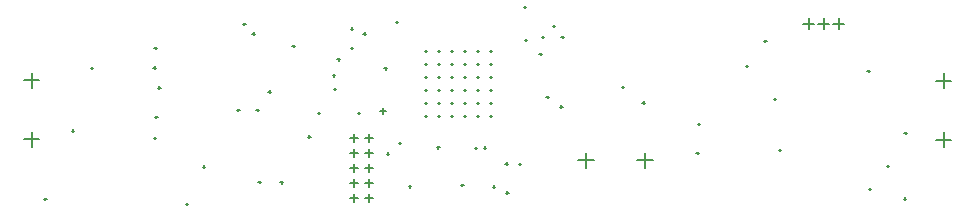
<source format=gbr>
%TF.GenerationSoftware,Altium Limited,Altium Designer,25.4.2 (15)*%
G04 Layer_Color=128*
%FSLAX45Y45*%
%MOMM*%
%TF.SameCoordinates,47237EEE-74C4-40EA-AC85-0918F70ECB2B*%
%TF.FilePolarity,Positive*%
%TF.FileFunction,Drillmap*%
%TF.Part,Single*%
G01*
G75*
%TA.AperFunction,NonConductor*%
%ADD48C,0.12700*%
D48*
X5010301Y431800D02*
X5140301D01*
X5075301Y366800D02*
Y496800D01*
X5510300Y431800D02*
X5640300D01*
X5575300Y366800D02*
Y496800D01*
X7168600Y1587500D02*
X7258600D01*
X7213600Y1542500D02*
Y1632500D01*
X7041600Y1587500D02*
X7131600D01*
X7086600Y1542500D02*
Y1632500D01*
X6914600Y1587500D02*
X7004600D01*
X6959600Y1542500D02*
Y1632500D01*
X8037600Y604901D02*
X8167600D01*
X8102600Y539901D02*
Y669901D01*
X8037600Y1104900D02*
X8167600D01*
X8102600Y1039900D02*
Y1169900D01*
X3203000Y114300D02*
X3274000D01*
X3238500Y78800D02*
Y149800D01*
X3203000Y241300D02*
X3274000D01*
X3238500Y205800D02*
Y276800D01*
X3203000Y368300D02*
X3274000D01*
X3238500Y332800D02*
Y403800D01*
X3203000Y495300D02*
X3274000D01*
X3238500Y459800D02*
Y530800D01*
X3203000Y622300D02*
X3274000D01*
X3238500Y586800D02*
Y657800D01*
X3076000Y114300D02*
X3147000D01*
X3111500Y78800D02*
Y149800D01*
X3076000Y241300D02*
X3147000D01*
X3111500Y205800D02*
Y276800D01*
X3076000Y368300D02*
X3147000D01*
X3111500Y332800D02*
Y403800D01*
X3076000Y495300D02*
X3147000D01*
X3111500Y459800D02*
Y530800D01*
X3076000Y622300D02*
X3147000D01*
X3111500Y586800D02*
Y657800D01*
X316000Y1109599D02*
X446000D01*
X381000Y1044599D02*
Y1174599D01*
X316000Y609600D02*
X446000D01*
X381000Y544600D02*
Y674600D01*
X2283620Y858520D02*
X2303620D01*
X2293620Y848520D02*
Y868520D01*
X4698707Y1472591D02*
X4718707D01*
X4708707Y1462591D02*
Y1482591D01*
X4794172Y1569720D02*
X4814172D01*
X4804172Y1559720D02*
Y1579720D01*
X4866400Y1475875D02*
X4886400D01*
X4876400Y1465875D02*
Y1485875D01*
X4679449Y1328873D02*
X4699449D01*
X4689449Y1318873D02*
Y1338873D01*
X4856640Y886460D02*
X4876640D01*
X4866640Y876460D02*
Y896460D01*
X5377340Y1054100D02*
X5397340D01*
X5387340Y1044100D02*
Y1064100D01*
X4399440Y157480D02*
X4419440D01*
X4409440Y147480D02*
Y167480D01*
X4287680Y208280D02*
X4307680D01*
X4297680Y198280D02*
Y218280D01*
X4506120Y401320D02*
X4526120D01*
X4516120Y391320D02*
Y411320D01*
X4390820Y403860D02*
X4412820D01*
X4401820Y392860D02*
Y414860D01*
X4018440Y220980D02*
X4038440D01*
X4028440Y210980D02*
Y230980D01*
X4554380Y1450340D02*
X4574380D01*
X4564380Y1440340D02*
Y1460340D01*
X1420020Y1384300D02*
X1440020D01*
X1430020Y1374300D02*
Y1394300D01*
X721520Y683260D02*
X741520D01*
X731520Y673260D02*
Y693260D01*
X1828960Y378460D02*
X1848960D01*
X1838960Y368460D02*
Y388460D01*
X2250600Y1503680D02*
X2270600D01*
X2260600Y1493680D02*
Y1513680D01*
X6583840Y1440180D02*
X6603840D01*
X6593840Y1430180D02*
Y1450180D01*
X3368200Y1209040D02*
X3388200D01*
X3378200Y1199040D02*
Y1219040D01*
X3385980Y487680D02*
X3405980D01*
X3395980Y477680D02*
Y497680D01*
X4739800Y965200D02*
X4759800D01*
X4749800Y955200D02*
Y975200D01*
X6708300Y520700D02*
X6728300D01*
X6718300Y510700D02*
Y530700D01*
X7457600Y1186180D02*
X7477600D01*
X7467600Y1176180D02*
Y1196180D01*
X3815240Y541020D02*
X3835240D01*
X3825240Y531020D02*
Y551020D01*
X3573940Y210820D02*
X3593940D01*
X3583940Y200820D02*
Y220820D01*
X2171860Y1587500D02*
X2191860D01*
X2181860Y1577500D02*
Y1597500D01*
X2588420Y1399540D02*
X2608420D01*
X2598420Y1389540D02*
Y1409540D01*
X5552600Y919480D02*
X5572600D01*
X5562600Y909480D02*
Y929480D01*
X1427640Y800100D02*
X1447640D01*
X1437640Y790100D02*
Y810100D01*
X1453040Y1046480D02*
X1473040D01*
X1463040Y1036480D02*
Y1056480D01*
X1684180Y60960D02*
X1704180D01*
X1694180Y50960D02*
Y70960D01*
X487840Y101600D02*
X507840D01*
X497840Y91600D02*
Y111600D01*
X1412400Y1216660D02*
X1432400D01*
X1422400Y1206660D02*
Y1226660D01*
X881540Y1211580D02*
X901540D01*
X891540Y1201580D02*
Y1221580D01*
X3464720Y1600200D02*
X3484720D01*
X3474720Y1590200D02*
Y1610200D01*
X3190400Y1503680D02*
X3210400D01*
X3200400Y1493680D02*
Y1513680D01*
X2969420Y1285240D02*
X2989420D01*
X2979420Y1275240D02*
Y1295240D01*
X3081180Y1384300D02*
X3101180D01*
X3091180Y1374300D02*
Y1394300D01*
X2723040Y632460D02*
X2743040D01*
X2733040Y622460D02*
Y642460D01*
X2804320Y830580D02*
X2824320D01*
X2814320Y820580D02*
Y840580D01*
X2928780Y1150620D02*
X2948780D01*
X2938780Y1140620D02*
Y1160620D01*
X2121060Y855980D02*
X2141060D01*
X2131060Y845980D02*
Y865980D01*
X3081180Y1546860D02*
X3101180D01*
X3091180Y1536860D02*
Y1556860D01*
X2385220Y1013460D02*
X2405220D01*
X2395220Y1003460D02*
Y1023460D01*
X2486820Y243840D02*
X2506820D01*
X2496820Y233840D02*
Y253840D01*
X3490120Y576580D02*
X3510120D01*
X3500120Y566580D02*
Y586580D01*
X2301400Y246380D02*
X2321400D01*
X2311400Y236380D02*
Y256380D01*
X3144680Y833120D02*
X3164680D01*
X3154680Y823120D02*
Y843120D01*
X4135280Y533400D02*
X4155280D01*
X4145280Y523400D02*
Y543400D01*
X4208940Y538480D02*
X4228940D01*
X4218940Y528480D02*
Y548480D01*
X7770020Y662940D02*
X7790020D01*
X7780020Y652940D02*
Y672940D01*
X7767480Y106680D02*
X7787480D01*
X7777480Y96680D02*
Y116680D01*
X1417480Y619760D02*
X1437480D01*
X1427480Y609760D02*
Y629760D01*
X2938940Y1033780D02*
X2958940D01*
X2948940Y1023780D02*
Y1043780D01*
X6426360Y1229360D02*
X6446360D01*
X6436360Y1219360D02*
Y1239360D01*
X6665120Y952500D02*
X6685120D01*
X6675120Y942500D02*
Y962500D01*
X3327800Y850900D02*
X3377800D01*
X3352800Y825900D02*
Y875900D01*
X4549300Y1727200D02*
X4569300D01*
X4559300Y1717200D02*
Y1737200D01*
X7622700Y381000D02*
X7642700D01*
X7632700Y371000D02*
Y391000D01*
X7470300Y190500D02*
X7490300D01*
X7480300Y180500D02*
Y200500D01*
X6022500Y736600D02*
X6042500D01*
X6032500Y726600D02*
Y746600D01*
X6009800Y495300D02*
X6029800D01*
X6019800Y485300D02*
Y505300D01*
X3711100Y1354399D02*
X3731100D01*
X3721100Y1344399D02*
Y1364399D01*
X3821102Y1354399D02*
X3841102D01*
X3831102Y1344399D02*
Y1364399D01*
X3931100Y1354399D02*
X3951100D01*
X3941100Y1344399D02*
Y1364399D01*
X4041102Y1354399D02*
X4061102D01*
X4051102Y1344399D02*
Y1364399D01*
X4151099Y1354399D02*
X4171099D01*
X4161099Y1344399D02*
Y1364399D01*
X4261101Y1354399D02*
X4281101D01*
X4271101Y1344399D02*
Y1364399D01*
X3711100Y1244402D02*
X3731100D01*
X3721100Y1234402D02*
Y1254402D01*
X3821102Y1244402D02*
X3841102D01*
X3831102Y1234402D02*
Y1254402D01*
X3931100Y1244402D02*
X3951100D01*
X3941100Y1234402D02*
Y1254402D01*
X4041102Y1244402D02*
X4061102D01*
X4051102Y1234402D02*
Y1254402D01*
X4151099Y1244402D02*
X4171099D01*
X4161099Y1234402D02*
Y1254402D01*
X4261101Y1244402D02*
X4281101D01*
X4271101Y1234402D02*
Y1254402D01*
X3711100Y1134400D02*
X3731100D01*
X3721100Y1124400D02*
Y1144400D01*
X3821102Y1134400D02*
X3841102D01*
X3831102Y1124400D02*
Y1144400D01*
X3931100Y1134400D02*
X3951100D01*
X3941100Y1124400D02*
Y1144400D01*
X4041102Y1134400D02*
X4061102D01*
X4051102Y1124400D02*
Y1144400D01*
X4151099Y1134400D02*
X4171099D01*
X4161099Y1124400D02*
Y1144400D01*
X4261101Y1134400D02*
X4281101D01*
X4271101Y1124400D02*
Y1144400D01*
X3711100Y1024402D02*
X3731100D01*
X3721100Y1014402D02*
Y1034402D01*
X3821102Y1024402D02*
X3841102D01*
X3831102Y1014402D02*
Y1034402D01*
X3931100Y1024402D02*
X3951100D01*
X3941100Y1014402D02*
Y1034402D01*
X4041102Y1024402D02*
X4061102D01*
X4051102Y1014402D02*
Y1034402D01*
X4151099Y1024402D02*
X4171099D01*
X4161099Y1014402D02*
Y1034402D01*
X4261101Y1024402D02*
X4281101D01*
X4271101Y1014402D02*
Y1034402D01*
X3711100Y914400D02*
X3731100D01*
X3721100Y904400D02*
Y924400D01*
X3821102Y914400D02*
X3841102D01*
X3831102Y904400D02*
Y924400D01*
X3931100Y914400D02*
X3951100D01*
X3941100Y904400D02*
Y924400D01*
X4041102Y914400D02*
X4061102D01*
X4051102Y904400D02*
Y924400D01*
X4151099Y914400D02*
X4171099D01*
X4161099Y904400D02*
Y924400D01*
X4261101Y914400D02*
X4281101D01*
X4271101Y904400D02*
Y924400D01*
X3711100Y804398D02*
X3731100D01*
X3721100Y794398D02*
Y814398D01*
X3821102Y804398D02*
X3841102D01*
X3831102Y794398D02*
Y814398D01*
X3931100Y804398D02*
X3951100D01*
X3941100Y794398D02*
Y814398D01*
X4041102Y804398D02*
X4061102D01*
X4051102Y794398D02*
Y814398D01*
X4151099Y804398D02*
X4171099D01*
X4161099Y794398D02*
Y814398D01*
X4261101Y804398D02*
X4281101D01*
X4271101Y794398D02*
Y814398D01*
%TF.MD5,6e43bcdba57e9b4d1ca41a9dd1cd2646*%
M02*

</source>
